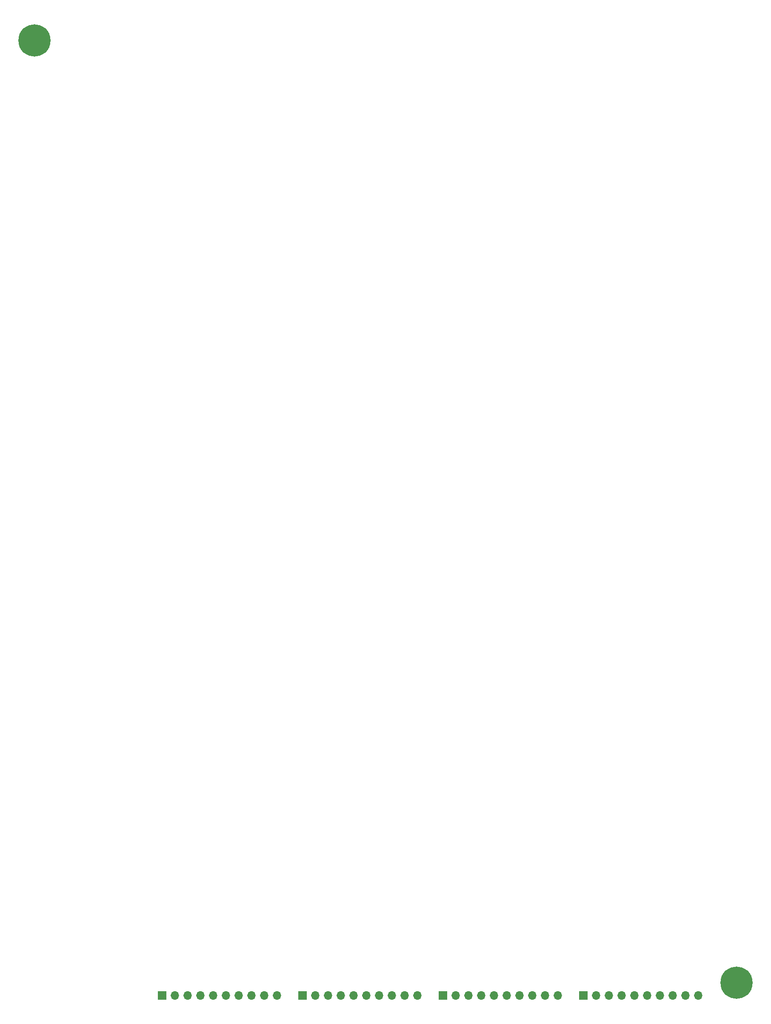
<source format=gbr>
%TF.GenerationSoftware,KiCad,Pcbnew,(5.1.9)-1*%
%TF.CreationDate,2021-05-23T14:49:51+02:00*%
%TF.ProjectId,Engine,456e6769-6e65-42e6-9b69-6361645f7063,v1.0*%
%TF.SameCoordinates,Original*%
%TF.FileFunction,Soldermask,Bot*%
%TF.FilePolarity,Negative*%
%FSLAX46Y46*%
G04 Gerber Fmt 4.6, Leading zero omitted, Abs format (unit mm)*
G04 Created by KiCad (PCBNEW (5.1.9)-1) date 2021-05-23 14:49:51*
%MOMM*%
%LPD*%
G01*
G04 APERTURE LIST*
%ADD10O,1.700000X1.700000*%
%ADD11R,1.700000X1.700000*%
%ADD12C,0.800000*%
%ADD13C,6.400000*%
G04 APERTURE END LIST*
D10*
%TO.C,J5*%
X152400000Y-190500000D03*
X149860000Y-190500000D03*
X147320000Y-190500000D03*
X144780000Y-190500000D03*
X142240000Y-190500000D03*
X139700000Y-190500000D03*
X137160000Y-190500000D03*
X134620000Y-190500000D03*
X132080000Y-190500000D03*
D11*
X129540000Y-190500000D03*
%TD*%
D10*
%TO.C,J4*%
X124460000Y-190500000D03*
X121920000Y-190500000D03*
X119380000Y-190500000D03*
X116840000Y-190500000D03*
X114300000Y-190500000D03*
X111760000Y-190500000D03*
X109220000Y-190500000D03*
X106680000Y-190500000D03*
X104140000Y-190500000D03*
D11*
X101600000Y-190500000D03*
%TD*%
D10*
%TO.C,J3*%
X96520000Y-190500000D03*
X93980000Y-190500000D03*
X91440000Y-190500000D03*
X88900000Y-190500000D03*
X86360000Y-190500000D03*
X83820000Y-190500000D03*
X81280000Y-190500000D03*
X78740000Y-190500000D03*
X76200000Y-190500000D03*
D11*
X73660000Y-190500000D03*
%TD*%
D10*
%TO.C,J1*%
X68580000Y-190500000D03*
X66040000Y-190500000D03*
X63500000Y-190500000D03*
X60960000Y-190500000D03*
X58420000Y-190500000D03*
X55880000Y-190500000D03*
X53340000Y-190500000D03*
X50800000Y-190500000D03*
X48260000Y-190500000D03*
D11*
X45720000Y-190500000D03*
%TD*%
D12*
%TO.C,H2*%
X22017056Y1062056D03*
X20320000Y1765000D03*
X18622944Y1062056D03*
X17920000Y-635000D03*
X18622944Y-2332056D03*
X20320000Y-3035000D03*
X22017056Y-2332056D03*
X22720000Y-635000D03*
D13*
X20320000Y-635000D03*
%TD*%
D12*
%TO.C,H1*%
X161717056Y-186262944D03*
X160020000Y-185560000D03*
X158322944Y-186262944D03*
X157620000Y-187960000D03*
X158322944Y-189657056D03*
X160020000Y-190360000D03*
X161717056Y-189657056D03*
X162420000Y-187960000D03*
D13*
X160020000Y-187960000D03*
%TD*%
M02*

</source>
